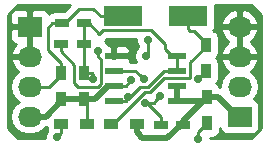
<source format=gtl>
G04 #@! TF.FileFunction,Copper,L1,Top,Signal*
%FSLAX46Y46*%
G04 Gerber Fmt 4.6, Leading zero omitted, Abs format (unit mm)*
G04 Created by KiCad (PCBNEW 4.1.0-alpha+201606291451+6956~45~ubuntu14.04.1-product) date Thu Jun 30 17:16:48 2016*
%MOMM*%
%LPD*%
G01*
G04 APERTURE LIST*
%ADD10C,0.100000*%
%ADD11R,0.900000X1.200000*%
%ADD12R,1.200000X0.900000*%
%ADD13R,2.032000X1.727200*%
%ADD14O,2.032000X1.727200*%
%ADD15R,1.200000X0.750000*%
%ADD16R,1.550000X0.600000*%
%ADD17R,3.299460X1.699260*%
%ADD18C,0.700000*%
%ADD19C,0.250000*%
%ADD20C,0.500000*%
%ADD21C,0.254000*%
G04 APERTURE END LIST*
D10*
D11*
X233485000Y-108835000D03*
X233485000Y-111035000D03*
D12*
X223325000Y-111155000D03*
X221125000Y-111155000D03*
X227530000Y-111150000D03*
X225330000Y-111150000D03*
D11*
X221075000Y-108995000D03*
X221075000Y-106795000D03*
X223015000Y-108985000D03*
X223015000Y-106785000D03*
X233365000Y-104415000D03*
X233365000Y-106615000D03*
D13*
X236220000Y-110490000D03*
D14*
X236220000Y-107950000D03*
X236220000Y-105410000D03*
X236220000Y-102870000D03*
D13*
X218440000Y-102870000D03*
D14*
X218440000Y-105410000D03*
X218440000Y-107950000D03*
X218440000Y-110490000D03*
D15*
X229575000Y-111195000D03*
X231475000Y-111195000D03*
X221125000Y-104355000D03*
X223025000Y-104355000D03*
X223085000Y-102585000D03*
X221185000Y-102585000D03*
D16*
X225565000Y-105350000D03*
X225565000Y-106620000D03*
X225565000Y-107890000D03*
X225565000Y-109160000D03*
X230965000Y-109160000D03*
X230965000Y-107890000D03*
X230965000Y-106620000D03*
X230965000Y-105350000D03*
D17*
X226354180Y-101955000D03*
X231855820Y-101955000D03*
D18*
X226796251Y-108879140D03*
X223789989Y-107294991D03*
X228228165Y-109356445D03*
X229528749Y-108778898D03*
X232723938Y-107326430D03*
X228106428Y-107328182D03*
X227055000Y-105325000D03*
X228295000Y-105355011D03*
X228465000Y-104005000D03*
X227055000Y-107425000D03*
X224225002Y-104925000D03*
X232705000Y-112425000D03*
X220735000Y-112255000D03*
D19*
X230965000Y-106620000D02*
X229813614Y-106620000D01*
X228430430Y-108003184D02*
X227817467Y-108003184D01*
X226941511Y-108879140D02*
X226796251Y-108879140D01*
X227817467Y-108003184D02*
X226941511Y-108879140D01*
X229813614Y-106620000D02*
X228430430Y-108003184D01*
X226590000Y-109160000D02*
X226796251Y-108953749D01*
X226796251Y-108953749D02*
X226796251Y-108879140D01*
X225565000Y-109160000D02*
X226590000Y-109160000D01*
X223789989Y-106859989D02*
X223789989Y-107294991D01*
X223715000Y-106785000D02*
X223789989Y-106859989D01*
X223015000Y-106785000D02*
X223715000Y-106785000D01*
X229940000Y-104800000D02*
X230490000Y-105350000D01*
X229940000Y-104325000D02*
X229940000Y-104800000D01*
X228760001Y-103145001D02*
X229940000Y-104325000D01*
X224345000Y-103495000D02*
X224694999Y-103145001D01*
X224694999Y-103145001D02*
X228760001Y-103145001D01*
X230490000Y-105350000D02*
X230965000Y-105350000D01*
X230965000Y-105350000D02*
X230965000Y-106620000D01*
X223085000Y-102585000D02*
X223435000Y-102585000D01*
X223435000Y-102585000D02*
X224345000Y-103495000D01*
X223025000Y-104355000D02*
X223025000Y-106775000D01*
X223025000Y-106775000D02*
X223015000Y-106785000D01*
X223085000Y-102585000D02*
X223085000Y-104295000D01*
X223085000Y-104295000D02*
X223025000Y-104355000D01*
X219965000Y-102955000D02*
X219965000Y-104835000D01*
X219965000Y-104835000D02*
X221075000Y-105945000D01*
X221075000Y-105945000D02*
X221075000Y-106795000D01*
X221185000Y-102585000D02*
X220335000Y-102585000D01*
X220335000Y-102585000D02*
X219965000Y-102955000D01*
X218440000Y-107950000D02*
X220070000Y-107950000D01*
X221075000Y-106945000D02*
X221075000Y-106795000D01*
X220070000Y-107950000D02*
X221075000Y-106945000D01*
X223854450Y-101355000D02*
X222640000Y-101355000D01*
X222640000Y-101355000D02*
X221410000Y-102585000D01*
X221410000Y-102585000D02*
X221185000Y-102585000D01*
X226354180Y-101955000D02*
X224454450Y-101955000D01*
X224454450Y-101955000D02*
X223854450Y-101355000D01*
X229178750Y-109128897D02*
X229528749Y-108778898D01*
X229575000Y-111195000D02*
X229575000Y-110570000D01*
X233073937Y-106976431D02*
X232723938Y-107326430D01*
X228361445Y-109356445D02*
X228228165Y-109356445D01*
X233365000Y-106685368D02*
X233073937Y-106976431D01*
X233365000Y-106615000D02*
X233365000Y-106685368D01*
X229575000Y-110570000D02*
X228361445Y-109356445D01*
X228228165Y-109356445D02*
X228951202Y-109356445D01*
X228951202Y-109356445D02*
X229178750Y-109128897D01*
X227398246Y-106620000D02*
X227756429Y-106978183D01*
X227756429Y-106978183D02*
X228106428Y-107328182D01*
X225565000Y-106620000D02*
X227398246Y-106620000D01*
D20*
X230965000Y-107890000D02*
X230965000Y-109160000D01*
X231475000Y-111195000D02*
X231475000Y-110845000D01*
X231475000Y-110845000D02*
X233485000Y-108835000D01*
X230965000Y-109160000D02*
X233160000Y-109160000D01*
X233160000Y-109160000D02*
X233485000Y-108835000D01*
X230120000Y-112325000D02*
X228005000Y-112325000D01*
X228005000Y-112325000D02*
X227815000Y-112135000D01*
X230120000Y-112325000D02*
X231250000Y-111195000D01*
X231250000Y-111195000D02*
X231475000Y-111195000D01*
X227530000Y-111150000D02*
X227530000Y-111790000D01*
X227815000Y-112075000D02*
X227815000Y-112135000D01*
X227530000Y-111790000D02*
X227815000Y-112075000D01*
X231475000Y-111195000D02*
X231685000Y-111195000D01*
X233485000Y-108835000D02*
X234412600Y-108835000D01*
X234412600Y-108835000D02*
X236067600Y-110490000D01*
X236067600Y-110490000D02*
X236220000Y-110490000D01*
D19*
X236220000Y-110490000D02*
X236067600Y-110490000D01*
X231250000Y-111195000D02*
X231475000Y-111195000D01*
X227815000Y-112135000D02*
X228005000Y-112325000D01*
X233115000Y-108985000D02*
X233105000Y-108975000D01*
X233105000Y-108975000D02*
X233485000Y-108835000D01*
X225330000Y-111150000D02*
X225480000Y-111150000D01*
X232065001Y-105864999D02*
X233365000Y-104565000D01*
X233365000Y-104565000D02*
X233365000Y-104415000D01*
X225480000Y-111150000D02*
X228176806Y-108453194D01*
X228176806Y-108453194D02*
X228616831Y-108453193D01*
X228616831Y-108453193D02*
X229825023Y-107245001D01*
X229825023Y-107245001D02*
X232000001Y-107245001D01*
X232000001Y-107245001D02*
X232065001Y-107180001D01*
X232065001Y-107180001D02*
X232065001Y-105864999D01*
X232046190Y-103245000D02*
X232345000Y-103245000D01*
X232345000Y-103245000D02*
X233365000Y-104265000D01*
X233365000Y-104265000D02*
X233365000Y-104415000D01*
X231855820Y-101955000D02*
X231855820Y-103054630D01*
X231855820Y-103054630D02*
X232046190Y-103245000D01*
X225565000Y-105350000D02*
X227030000Y-105350000D01*
X227030000Y-105350000D02*
X227055000Y-105325000D01*
D20*
X223015000Y-108985000D02*
X221085000Y-108985000D01*
X221085000Y-108985000D02*
X221075000Y-108995000D01*
X223995000Y-108985000D02*
X225090000Y-107890000D01*
X223015000Y-108985000D02*
X223995000Y-108985000D01*
X225090000Y-107890000D02*
X225565000Y-107890000D01*
X218440000Y-110490000D02*
X219800000Y-110490000D01*
X219800000Y-110490000D02*
X221075000Y-109215000D01*
X221075000Y-109215000D02*
X221075000Y-108845000D01*
X221075000Y-108845000D02*
X221075000Y-108995000D01*
D19*
X228465000Y-104005000D02*
X228465000Y-105185011D01*
X228465000Y-105185011D02*
X228295000Y-105355011D01*
X225565000Y-107890000D02*
X226590000Y-107890000D01*
X226590000Y-107890000D02*
X227055000Y-107425000D01*
X221075000Y-108845000D02*
X221075000Y-108995000D01*
X223315000Y-111255000D02*
X223315000Y-109285000D01*
X223315000Y-109285000D02*
X223015000Y-108985000D01*
X219800000Y-110490000D02*
X219800000Y-110420000D01*
X219800000Y-110420000D02*
X221075000Y-109145000D01*
X221075000Y-109145000D02*
X221075000Y-108995000D01*
X218440000Y-110490000D02*
X218592400Y-110490000D01*
X224225002Y-105419974D02*
X224225002Y-104925000D01*
X224464999Y-105659971D02*
X224225002Y-105419974D01*
X224196811Y-107970001D02*
X224464999Y-107701813D01*
X222564999Y-107970001D02*
X224196811Y-107970001D01*
X224464999Y-107701813D02*
X224464999Y-105659971D01*
X222239999Y-107645001D02*
X222564999Y-107970001D01*
X222239999Y-106094999D02*
X222239999Y-107645001D01*
X221125000Y-104980000D02*
X222239999Y-106094999D01*
X221125000Y-104355000D02*
X221125000Y-104980000D01*
X232705000Y-112425000D02*
X232705000Y-111815000D01*
X232705000Y-111815000D02*
X233485000Y-111035000D01*
X221115000Y-111255000D02*
X221115000Y-111875000D01*
X221115000Y-111875000D02*
X220735000Y-112255000D01*
D21*
G36*
X221357638Y-101562560D02*
X220585000Y-101562560D01*
X220337235Y-101611843D01*
X220127191Y-101752191D01*
X220072146Y-101834572D01*
X219994327Y-101646701D01*
X219815698Y-101468073D01*
X219582309Y-101371400D01*
X218725750Y-101371400D01*
X218567000Y-101530150D01*
X218567000Y-102743000D01*
X218587000Y-102743000D01*
X218587000Y-102997000D01*
X218567000Y-102997000D01*
X218567000Y-105283000D01*
X218587000Y-105283000D01*
X218587000Y-105537000D01*
X218567000Y-105537000D01*
X218567000Y-105557000D01*
X218313000Y-105557000D01*
X218313000Y-105537000D01*
X216953783Y-105537000D01*
X216832642Y-105769026D01*
X216835291Y-105784791D01*
X217089268Y-106312036D01*
X217505069Y-106683539D01*
X217195585Y-106890330D01*
X216870729Y-107376511D01*
X216756655Y-107950000D01*
X216870729Y-108523489D01*
X217195585Y-109009670D01*
X217510366Y-109220000D01*
X217195585Y-109430330D01*
X216870729Y-109916511D01*
X216756655Y-110490000D01*
X216870729Y-111063489D01*
X217195585Y-111549670D01*
X217681766Y-111874526D01*
X218255255Y-111988600D01*
X218624745Y-111988600D01*
X219198234Y-111874526D01*
X219684415Y-111549670D01*
X219801298Y-111374743D01*
X219877560Y-111359573D01*
X219877560Y-111605000D01*
X219897253Y-111704002D01*
X219750172Y-112058212D01*
X219749944Y-112320000D01*
X217464092Y-112320000D01*
X216610000Y-111465908D01*
X216610000Y-103155750D01*
X216789000Y-103155750D01*
X216789000Y-103859910D01*
X216885673Y-104093299D01*
X217064302Y-104271927D01*
X217261861Y-104353759D01*
X217089268Y-104507964D01*
X216835291Y-105035209D01*
X216832642Y-105050974D01*
X216953783Y-105283000D01*
X218313000Y-105283000D01*
X218313000Y-102997000D01*
X216947750Y-102997000D01*
X216789000Y-103155750D01*
X216610000Y-103155750D01*
X216610000Y-101894092D01*
X216624002Y-101880090D01*
X216789000Y-101880090D01*
X216789000Y-102584250D01*
X216947750Y-102743000D01*
X218313000Y-102743000D01*
X218313000Y-101530150D01*
X218154250Y-101371400D01*
X217297691Y-101371400D01*
X217064302Y-101468073D01*
X216885673Y-101646701D01*
X216789000Y-101880090D01*
X216624002Y-101880090D01*
X217464092Y-101040000D01*
X221880198Y-101040000D01*
X221357638Y-101562560D01*
X221357638Y-101562560D01*
G37*
X221357638Y-101562560D02*
X220585000Y-101562560D01*
X220337235Y-101611843D01*
X220127191Y-101752191D01*
X220072146Y-101834572D01*
X219994327Y-101646701D01*
X219815698Y-101468073D01*
X219582309Y-101371400D01*
X218725750Y-101371400D01*
X218567000Y-101530150D01*
X218567000Y-102743000D01*
X218587000Y-102743000D01*
X218587000Y-102997000D01*
X218567000Y-102997000D01*
X218567000Y-105283000D01*
X218587000Y-105283000D01*
X218587000Y-105537000D01*
X218567000Y-105537000D01*
X218567000Y-105557000D01*
X218313000Y-105557000D01*
X218313000Y-105537000D01*
X216953783Y-105537000D01*
X216832642Y-105769026D01*
X216835291Y-105784791D01*
X217089268Y-106312036D01*
X217505069Y-106683539D01*
X217195585Y-106890330D01*
X216870729Y-107376511D01*
X216756655Y-107950000D01*
X216870729Y-108523489D01*
X217195585Y-109009670D01*
X217510366Y-109220000D01*
X217195585Y-109430330D01*
X216870729Y-109916511D01*
X216756655Y-110490000D01*
X216870729Y-111063489D01*
X217195585Y-111549670D01*
X217681766Y-111874526D01*
X218255255Y-111988600D01*
X218624745Y-111988600D01*
X219198234Y-111874526D01*
X219684415Y-111549670D01*
X219801298Y-111374743D01*
X219877560Y-111359573D01*
X219877560Y-111605000D01*
X219897253Y-111704002D01*
X219750172Y-112058212D01*
X219749944Y-112320000D01*
X217464092Y-112320000D01*
X216610000Y-111465908D01*
X216610000Y-103155750D01*
X216789000Y-103155750D01*
X216789000Y-103859910D01*
X216885673Y-104093299D01*
X217064302Y-104271927D01*
X217261861Y-104353759D01*
X217089268Y-104507964D01*
X216835291Y-105035209D01*
X216832642Y-105050974D01*
X216953783Y-105283000D01*
X218313000Y-105283000D01*
X218313000Y-102997000D01*
X216947750Y-102997000D01*
X216789000Y-103155750D01*
X216610000Y-103155750D01*
X216610000Y-101894092D01*
X216624002Y-101880090D01*
X216789000Y-101880090D01*
X216789000Y-102584250D01*
X216947750Y-102743000D01*
X218313000Y-102743000D01*
X218313000Y-101530150D01*
X218154250Y-101371400D01*
X217297691Y-101371400D01*
X217064302Y-101468073D01*
X216885673Y-101646701D01*
X216789000Y-101880090D01*
X216624002Y-101880090D01*
X217464092Y-101040000D01*
X221880198Y-101040000D01*
X221357638Y-101562560D01*
G36*
X238050000Y-101894092D02*
X238050000Y-111465908D01*
X237195908Y-112320000D01*
X233690091Y-112320000D01*
X233690124Y-112282440D01*
X233935000Y-112282440D01*
X234182765Y-112233157D01*
X234392809Y-112092809D01*
X234533157Y-111882765D01*
X234582440Y-111635000D01*
X234582440Y-111483709D01*
X234605843Y-111601365D01*
X234746191Y-111811409D01*
X234956235Y-111951757D01*
X235204000Y-112001040D01*
X237236000Y-112001040D01*
X237483765Y-111951757D01*
X237693809Y-111811409D01*
X237834157Y-111601365D01*
X237883440Y-111353600D01*
X237883440Y-109626400D01*
X237834157Y-109378635D01*
X237693809Y-109168591D01*
X237483765Y-109028243D01*
X237447434Y-109021016D01*
X237464415Y-109009670D01*
X237789271Y-108523489D01*
X237903345Y-107950000D01*
X237789271Y-107376511D01*
X237464415Y-106890330D01*
X237154931Y-106683539D01*
X237570732Y-106312036D01*
X237824709Y-105784791D01*
X237827358Y-105769026D01*
X237706217Y-105537000D01*
X236347000Y-105537000D01*
X236347000Y-105557000D01*
X236093000Y-105557000D01*
X236093000Y-105537000D01*
X234733783Y-105537000D01*
X234612642Y-105769026D01*
X234615291Y-105784791D01*
X234869268Y-106312036D01*
X235285069Y-106683539D01*
X234975585Y-106890330D01*
X234650729Y-107376511D01*
X234536655Y-107950000D01*
X234541765Y-107975692D01*
X234522942Y-107971948D01*
X234392809Y-107777191D01*
X234254700Y-107684909D01*
X234272809Y-107672809D01*
X234413157Y-107462765D01*
X234462440Y-107215000D01*
X234462440Y-106015000D01*
X234413157Y-105767235D01*
X234272809Y-105557191D01*
X234209666Y-105515000D01*
X234272809Y-105472809D01*
X234413157Y-105262765D01*
X234462440Y-105015000D01*
X234462440Y-103815000D01*
X234413157Y-103567235D01*
X234272809Y-103357191D01*
X234080999Y-103229026D01*
X234612642Y-103229026D01*
X234615291Y-103244791D01*
X234869268Y-103772036D01*
X235281108Y-104140000D01*
X234869268Y-104507964D01*
X234615291Y-105035209D01*
X234612642Y-105050974D01*
X234733783Y-105283000D01*
X236093000Y-105283000D01*
X236093000Y-102997000D01*
X236347000Y-102997000D01*
X236347000Y-105283000D01*
X237706217Y-105283000D01*
X237827358Y-105050974D01*
X237824709Y-105035209D01*
X237570732Y-104507964D01*
X237158892Y-104140000D01*
X237570732Y-103772036D01*
X237824709Y-103244791D01*
X237827358Y-103229026D01*
X237706217Y-102997000D01*
X236347000Y-102997000D01*
X236093000Y-102997000D01*
X234733783Y-102997000D01*
X234612642Y-103229026D01*
X234080999Y-103229026D01*
X234062765Y-103216843D01*
X234001913Y-103204739D01*
X234103707Y-103052395D01*
X234152990Y-102804630D01*
X234152990Y-102510974D01*
X234612642Y-102510974D01*
X234733783Y-102743000D01*
X236093000Y-102743000D01*
X236093000Y-101529076D01*
X236347000Y-101529076D01*
X236347000Y-102743000D01*
X237706217Y-102743000D01*
X237827358Y-102510974D01*
X237824709Y-102495209D01*
X237570732Y-101967964D01*
X237134320Y-101578046D01*
X236581913Y-101384816D01*
X236347000Y-101529076D01*
X236093000Y-101529076D01*
X235858087Y-101384816D01*
X235305680Y-101578046D01*
X234869268Y-101967964D01*
X234615291Y-102495209D01*
X234612642Y-102510974D01*
X234152990Y-102510974D01*
X234152990Y-101105370D01*
X234139987Y-101040000D01*
X237195908Y-101040000D01*
X238050000Y-101894092D01*
X238050000Y-101894092D01*
G37*
X238050000Y-101894092D02*
X238050000Y-111465908D01*
X237195908Y-112320000D01*
X233690091Y-112320000D01*
X233690124Y-112282440D01*
X233935000Y-112282440D01*
X234182765Y-112233157D01*
X234392809Y-112092809D01*
X234533157Y-111882765D01*
X234582440Y-111635000D01*
X234582440Y-111483709D01*
X234605843Y-111601365D01*
X234746191Y-111811409D01*
X234956235Y-111951757D01*
X235204000Y-112001040D01*
X237236000Y-112001040D01*
X237483765Y-111951757D01*
X237693809Y-111811409D01*
X237834157Y-111601365D01*
X237883440Y-111353600D01*
X237883440Y-109626400D01*
X237834157Y-109378635D01*
X237693809Y-109168591D01*
X237483765Y-109028243D01*
X237447434Y-109021016D01*
X237464415Y-109009670D01*
X237789271Y-108523489D01*
X237903345Y-107950000D01*
X237789271Y-107376511D01*
X237464415Y-106890330D01*
X237154931Y-106683539D01*
X237570732Y-106312036D01*
X237824709Y-105784791D01*
X237827358Y-105769026D01*
X237706217Y-105537000D01*
X236347000Y-105537000D01*
X236347000Y-105557000D01*
X236093000Y-105557000D01*
X236093000Y-105537000D01*
X234733783Y-105537000D01*
X234612642Y-105769026D01*
X234615291Y-105784791D01*
X234869268Y-106312036D01*
X235285069Y-106683539D01*
X234975585Y-106890330D01*
X234650729Y-107376511D01*
X234536655Y-107950000D01*
X234541765Y-107975692D01*
X234522942Y-107971948D01*
X234392809Y-107777191D01*
X234254700Y-107684909D01*
X234272809Y-107672809D01*
X234413157Y-107462765D01*
X234462440Y-107215000D01*
X234462440Y-106015000D01*
X234413157Y-105767235D01*
X234272809Y-105557191D01*
X234209666Y-105515000D01*
X234272809Y-105472809D01*
X234413157Y-105262765D01*
X234462440Y-105015000D01*
X234462440Y-103815000D01*
X234413157Y-103567235D01*
X234272809Y-103357191D01*
X234080999Y-103229026D01*
X234612642Y-103229026D01*
X234615291Y-103244791D01*
X234869268Y-103772036D01*
X235281108Y-104140000D01*
X234869268Y-104507964D01*
X234615291Y-105035209D01*
X234612642Y-105050974D01*
X234733783Y-105283000D01*
X236093000Y-105283000D01*
X236093000Y-102997000D01*
X236347000Y-102997000D01*
X236347000Y-105283000D01*
X237706217Y-105283000D01*
X237827358Y-105050974D01*
X237824709Y-105035209D01*
X237570732Y-104507964D01*
X237158892Y-104140000D01*
X237570732Y-103772036D01*
X237824709Y-103244791D01*
X237827358Y-103229026D01*
X237706217Y-102997000D01*
X236347000Y-102997000D01*
X236093000Y-102997000D01*
X234733783Y-102997000D01*
X234612642Y-103229026D01*
X234080999Y-103229026D01*
X234062765Y-103216843D01*
X234001913Y-103204739D01*
X234103707Y-103052395D01*
X234152990Y-102804630D01*
X234152990Y-102510974D01*
X234612642Y-102510974D01*
X234733783Y-102743000D01*
X236093000Y-102743000D01*
X236093000Y-101529076D01*
X236347000Y-101529076D01*
X236347000Y-102743000D01*
X237706217Y-102743000D01*
X237827358Y-102510974D01*
X237824709Y-102495209D01*
X237570732Y-101967964D01*
X237134320Y-101578046D01*
X236581913Y-101384816D01*
X236347000Y-101529076D01*
X236093000Y-101529076D01*
X235858087Y-101384816D01*
X235305680Y-101578046D01*
X234869268Y-101967964D01*
X234615291Y-102495209D01*
X234612642Y-102510974D01*
X234152990Y-102510974D01*
X234152990Y-101105370D01*
X234139987Y-101040000D01*
X237195908Y-101040000D01*
X238050000Y-101894092D01*
G36*
X227479830Y-104200069D02*
X227629471Y-104562229D01*
X227662153Y-104594968D01*
X227460445Y-104796325D01*
X227310172Y-105158223D01*
X227309830Y-105550080D01*
X227441436Y-105868591D01*
X227398246Y-105860000D01*
X226940334Y-105860000D01*
X226975000Y-105776310D01*
X226975000Y-105635750D01*
X226816250Y-105477000D01*
X225692000Y-105477000D01*
X225692000Y-105497000D01*
X225438000Y-105497000D01*
X225438000Y-105477000D01*
X225418000Y-105477000D01*
X225418000Y-105223000D01*
X225438000Y-105223000D01*
X225438000Y-104573750D01*
X225692000Y-104573750D01*
X225692000Y-105223000D01*
X226816250Y-105223000D01*
X226975000Y-105064250D01*
X226975000Y-104923690D01*
X226878327Y-104690301D01*
X226699698Y-104511673D01*
X226466309Y-104415000D01*
X225850750Y-104415000D01*
X225692000Y-104573750D01*
X225438000Y-104573750D01*
X225279250Y-104415000D01*
X225080046Y-104415000D01*
X225060531Y-104367771D01*
X224788427Y-104095192D01*
X224882401Y-104032401D01*
X225009801Y-103905001D01*
X227480088Y-103905001D01*
X227479830Y-104200069D01*
X227479830Y-104200069D01*
G37*
X227479830Y-104200069D02*
X227629471Y-104562229D01*
X227662153Y-104594968D01*
X227460445Y-104796325D01*
X227310172Y-105158223D01*
X227309830Y-105550080D01*
X227441436Y-105868591D01*
X227398246Y-105860000D01*
X226940334Y-105860000D01*
X226975000Y-105776310D01*
X226975000Y-105635750D01*
X226816250Y-105477000D01*
X225692000Y-105477000D01*
X225692000Y-105497000D01*
X225438000Y-105497000D01*
X225438000Y-105477000D01*
X225418000Y-105477000D01*
X225418000Y-105223000D01*
X225438000Y-105223000D01*
X225438000Y-104573750D01*
X225692000Y-104573750D01*
X225692000Y-105223000D01*
X226816250Y-105223000D01*
X226975000Y-105064250D01*
X226975000Y-104923690D01*
X226878327Y-104690301D01*
X226699698Y-104511673D01*
X226466309Y-104415000D01*
X225850750Y-104415000D01*
X225692000Y-104573750D01*
X225438000Y-104573750D01*
X225279250Y-104415000D01*
X225080046Y-104415000D01*
X225060531Y-104367771D01*
X224788427Y-104095192D01*
X224882401Y-104032401D01*
X225009801Y-103905001D01*
X227480088Y-103905001D01*
X227479830Y-104200069D01*
M02*

</source>
